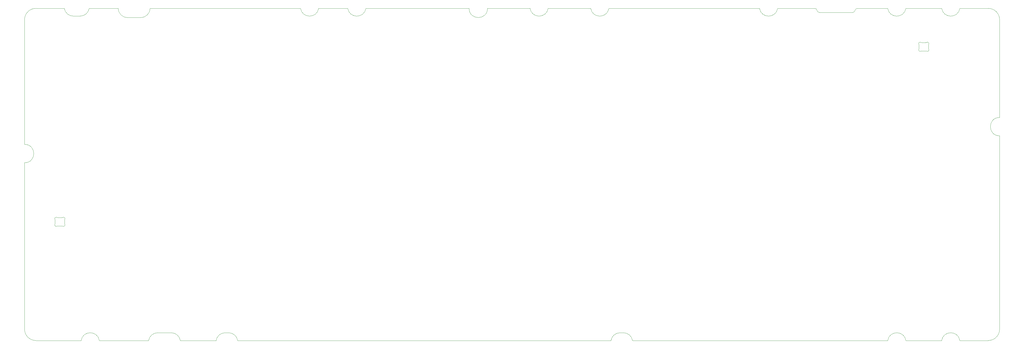
<source format=gbr>
%TF.GenerationSoftware,KiCad,Pcbnew,8.0.4*%
%TF.CreationDate,2024-07-23T19:32:07+08:00*%
%TF.ProjectId,X88J,5838384a-2e6b-4696-9361-645f70636258,rev?*%
%TF.SameCoordinates,Original*%
%TF.FileFunction,Profile,NP*%
%FSLAX46Y46*%
G04 Gerber Fmt 4.6, Leading zero omitted, Abs format (unit mm)*
G04 Created by KiCad (PCBNEW 8.0.4) date 2024-07-23 19:32:07*
%MOMM*%
%LPD*%
G01*
G04 APERTURE LIST*
%TA.AperFunction,Profile*%
%ADD10C,0.120000*%
%TD*%
%TA.AperFunction,Profile*%
%ADD11C,0.100000*%
%TD*%
G04 APERTURE END LIST*
D10*
X296833750Y-108988719D02*
G75*
G02*
X303255748Y-108988719I3210999J-498458D01*
G01*
X67489523Y-108986952D02*
X199205924Y-108986220D01*
X199205924Y-108986220D02*
G75*
G02*
X202420318Y-106235891I3207176J-494780D01*
G01*
X155649990Y8497048D02*
X170638585Y8497048D01*
X-7686749Y-39612451D02*
G75*
G02*
X-7686749Y-46112451I0J-3250000D01*
G01*
X-7686749Y-39612451D02*
X-7686749Y4408047D01*
X-3686749Y-108986952D02*
G75*
G02*
X-7686749Y-104986952I-273J3999727D01*
G01*
X96079496Y8497048D02*
X106325694Y8498001D01*
X198474002Y8496048D02*
G75*
G02*
X192050694Y8498001I-3211502J501152D01*
G01*
X18689124Y-108986952D02*
X36079626Y-108986952D01*
X336313250Y4497048D02*
X336313300Y-30087452D01*
X36079626Y-108986952D02*
G75*
G02*
X39291984Y-106235946I3211014J-498468D01*
G01*
X59892101Y-108986948D02*
G75*
G02*
X63101774Y-106235929I3211099J-498552D01*
G01*
X59892126Y-108986952D02*
X47261669Y-108986952D01*
X112749002Y8496048D02*
G75*
G02*
X106325694Y8498001I-3211502J501202D01*
G01*
X296825694Y8498001D02*
X286147280Y8496732D01*
X177042915Y8497048D02*
G75*
G02*
X170638585Y8497048I-3202165J500220D01*
G01*
X-7686749Y4408047D02*
G75*
G02*
X-3597760Y8496048I4000382J87640D01*
G01*
X272653345Y7085427D02*
G75*
G02*
X271859727Y7879010I-45J793573D01*
G01*
X271066308Y8497048D02*
X258004506Y8497048D01*
X303249002Y8496048D02*
G75*
G02*
X296825694Y8498001I-3211502J501152D01*
G01*
X64279873Y-106235949D02*
G75*
G02*
X67494302Y-108986214I7227J-3245151D01*
G01*
X9558067Y5746995D02*
G75*
G02*
X6320867Y8496925I-25557J3250285D01*
G01*
X315869251Y-108988719D02*
X303255748Y-108988719D01*
X198474002Y8496048D02*
X251599994Y8497048D01*
X12267126Y-108986952D02*
X-3686749Y-108986952D01*
X322299002Y8496048D02*
X332313250Y8497048D01*
X44052019Y-106235950D02*
G75*
G02*
X47271047Y-108985491I8081J-3249650D01*
G01*
X15115913Y8497048D02*
X25363194Y8498001D01*
X44052019Y-106235950D02*
X39291984Y-106235949D01*
X271066308Y8497048D02*
G75*
G02*
X271859764Y7879015I-308J-818748D01*
G01*
X203598224Y-106235949D02*
G75*
G02*
X206807810Y-108986961I-1324J-3249351D01*
G01*
X336313251Y-104986952D02*
X336313300Y-36587452D01*
X-3597760Y8496048D02*
X6320704Y8498001D01*
X96079496Y8497048D02*
G75*
G02*
X89674984Y8497048I-3202256J499640D01*
G01*
X28613204Y5248012D02*
G75*
G02*
X25363212Y8498001I-4J3249988D01*
G01*
X285353528Y7879048D02*
G75*
G02*
X286147280Y8496708I793872J-201348D01*
G01*
X296833750Y-108988719D02*
X206807874Y-108986952D01*
X332313250Y8497047D02*
G75*
G02*
X336313247Y4497048I250J-3999747D01*
G01*
X322299002Y8496048D02*
G75*
G02*
X315875694Y8498001I-3211502J501152D01*
G01*
X336313300Y-36587452D02*
G75*
G02*
X336313300Y-30087548I0J3249952D01*
G01*
X285345173Y7879048D02*
G75*
G02*
X284551645Y7085427I-793573J-48D01*
G01*
X315869251Y-108988719D02*
G75*
G02*
X322291249Y-108988719I3210999J-498458D01*
G01*
X-7686749Y-104986952D02*
X-7686749Y-46112451D01*
X112749002Y8496048D02*
X149149990Y8497048D01*
X272653345Y7085427D02*
X284551645Y7085427D01*
X303249002Y8496048D02*
X315875694Y8498001D01*
X177042915Y8497048D02*
X192050694Y8498001D01*
X33337480Y5247058D02*
X28613204Y5248012D01*
X332313250Y-108986952D02*
X322291249Y-108988719D01*
X36587490Y8497048D02*
X89674984Y8497048D01*
X63101774Y-106235949D02*
X64279873Y-106235949D01*
X258004506Y8497048D02*
G75*
G02*
X251599994Y8497048I-3202256J499640D01*
G01*
X11913705Y5756278D02*
X9558067Y5746995D01*
X336313251Y-104986952D02*
G75*
G02*
X332313250Y-108986951I-3999651J-348D01*
G01*
X155649990Y8497048D02*
G75*
G02*
X149149990Y8497048I-3250000J0D01*
G01*
X36587490Y8497047D02*
G75*
G02*
X33337480Y5247060I-3249990J3D01*
G01*
X12267126Y-108986952D02*
G75*
G02*
X18689124Y-108986952I3210999J-498458D01*
G01*
X202420318Y-106235949D02*
X203598224Y-106235949D01*
X15115913Y8497048D02*
G75*
G02*
X11913705Y5756280I-3202163J500232D01*
G01*
D11*
%TO.C,RGB2*%
X3062501Y-66289659D02*
X3062501Y-67695343D01*
X3968047Y-68492500D02*
X5556952Y-68492500D01*
X5556952Y-65492501D02*
X3968048Y-65492501D01*
X6462499Y-67695343D02*
X6462499Y-66289659D01*
X3013016Y-66072781D02*
G75*
G02*
X3062501Y-66289659I-450505J-216876D01*
G01*
X3013016Y-66072782D02*
G75*
G02*
X3715789Y-65424202I450514J216880D01*
G01*
X3062501Y-67695344D02*
G75*
G02*
X3013016Y-67912221I-499990J-1D01*
G01*
X3715789Y-68560799D02*
G75*
G02*
X3013017Y-67912221I-252258J431700D01*
G01*
X3715789Y-68560799D02*
G75*
G02*
X3968047Y-68492500I252261J-431710D01*
G01*
X3968048Y-65492501D02*
G75*
G02*
X3715789Y-65424202I2J500009D01*
G01*
X5556953Y-68492501D02*
G75*
G02*
X5809211Y-68560800I-3J-500009D01*
G01*
X5809210Y-65424202D02*
G75*
G02*
X5556952Y-65492500I-252260J431712D01*
G01*
X5809211Y-65424204D02*
G75*
G02*
X6511980Y-66072779I252259J-431696D01*
G01*
X6462499Y-66289658D02*
G75*
G02*
X6511987Y-66072783I499701J58D01*
G01*
X6511984Y-67912221D02*
G75*
G02*
X5809211Y-68560800I-450514J-216879D01*
G01*
X6511984Y-67912221D02*
G75*
G02*
X6462524Y-67695343I450516J216821D01*
G01*
%TO.C,RGB1*%
X307862501Y-4377159D02*
X307862501Y-5782843D01*
X308768047Y-6580000D02*
X310356952Y-6580000D01*
X310356952Y-3580001D02*
X308768048Y-3580001D01*
X311262499Y-5782843D02*
X311262499Y-4377159D01*
X307813016Y-4160281D02*
G75*
G02*
X307862501Y-4377159I-450505J-216876D01*
G01*
X307813016Y-4160282D02*
G75*
G02*
X308515789Y-3511702I450514J216880D01*
G01*
X307862501Y-5782844D02*
G75*
G02*
X307813016Y-5999721I-499990J-1D01*
G01*
X308515789Y-6648299D02*
G75*
G02*
X307813017Y-5999721I-252258J431700D01*
G01*
X308515789Y-6648299D02*
G75*
G02*
X308768047Y-6580000I252261J-431710D01*
G01*
X308768048Y-3580001D02*
G75*
G02*
X308515789Y-3511702I2J500009D01*
G01*
X310356953Y-6580001D02*
G75*
G02*
X310609211Y-6648300I-3J-500009D01*
G01*
X310609210Y-3511702D02*
G75*
G02*
X310356952Y-3580000I-252260J431712D01*
G01*
X310609211Y-3511704D02*
G75*
G02*
X311311980Y-4160279I252259J-431696D01*
G01*
X311262499Y-4377158D02*
G75*
G02*
X311311987Y-4160283I499701J58D01*
G01*
X311311984Y-5999721D02*
G75*
G02*
X310609211Y-6648300I-450514J-216879D01*
G01*
X311311984Y-5999721D02*
G75*
G02*
X311262524Y-5782843I450516J216821D01*
G01*
%TD*%
M02*

</source>
